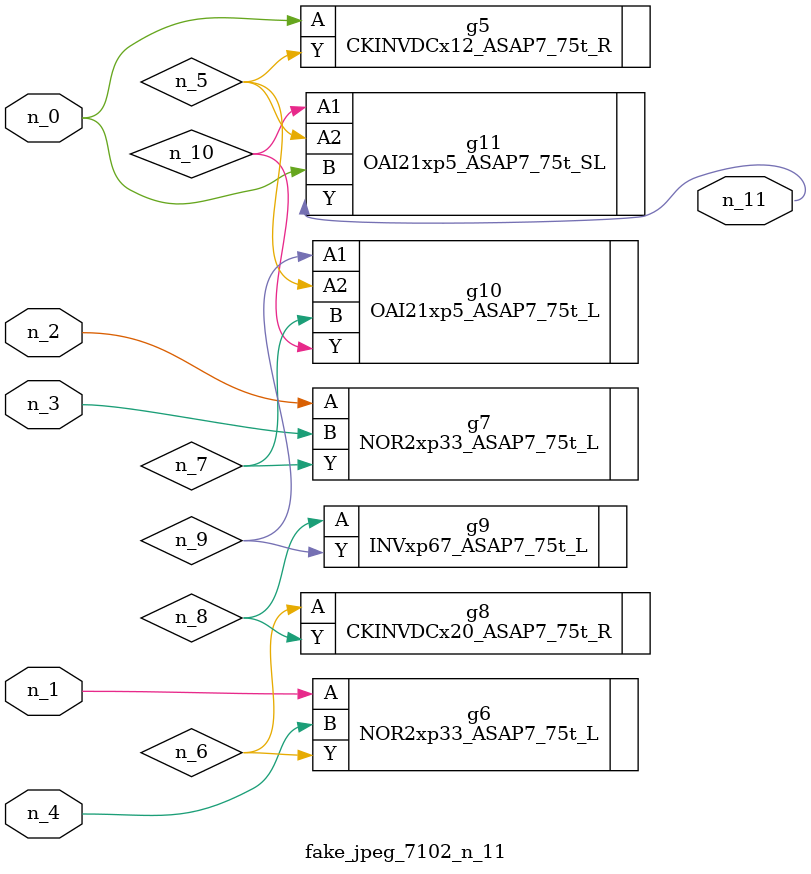
<source format=v>
module fake_jpeg_7102_n_11 (n_3, n_2, n_1, n_0, n_4, n_11);

input n_3;
input n_2;
input n_1;
input n_0;
input n_4;

output n_11;

wire n_10;
wire n_8;
wire n_9;
wire n_6;
wire n_5;
wire n_7;

CKINVDCx12_ASAP7_75t_R g5 ( 
.A(n_0),
.Y(n_5)
);

NOR2xp33_ASAP7_75t_L g6 ( 
.A(n_1),
.B(n_4),
.Y(n_6)
);

NOR2xp33_ASAP7_75t_L g7 ( 
.A(n_2),
.B(n_3),
.Y(n_7)
);

CKINVDCx20_ASAP7_75t_R g8 ( 
.A(n_6),
.Y(n_8)
);

INVxp67_ASAP7_75t_L g9 ( 
.A(n_8),
.Y(n_9)
);

OAI21xp5_ASAP7_75t_L g10 ( 
.A1(n_9),
.A2(n_5),
.B(n_7),
.Y(n_10)
);

OAI21xp5_ASAP7_75t_SL g11 ( 
.A1(n_10),
.A2(n_5),
.B(n_0),
.Y(n_11)
);


endmodule
</source>
